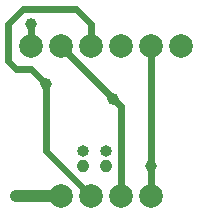
<source format=gbr>
G04 #@! TF.FileFunction,Copper,L2,Bot,Signal*
%FSLAX46Y46*%
G04 Gerber Fmt 4.6, Leading zero omitted, Abs format (unit mm)*
G04 Created by KiCad (PCBNEW 4.0.6) date 11/10/17 16:27:50*
%MOMM*%
%LPD*%
G01*
G04 APERTURE LIST*
%ADD10C,0.100000*%
%ADD11C,2.000000*%
%ADD12O,1.000000X1.100000*%
%ADD13O,1.000000X1.000000*%
%ADD14C,1.000000*%
%ADD15C,0.600000*%
%ADD16C,1.000000*%
G04 APERTURE END LIST*
D10*
D11*
X131350000Y-119460000D03*
X133890000Y-119460000D03*
X136430000Y-119460000D03*
X138970000Y-119460000D03*
X128810000Y-106760000D03*
X131350000Y-106760000D03*
X133890000Y-106760000D03*
X136430000Y-106760000D03*
X138970000Y-106760000D03*
X141510000Y-106760000D03*
D12*
X135160000Y-116920000D03*
D13*
X135160000Y-115650000D03*
D12*
X133255000Y-116920000D03*
D13*
X133255000Y-115650000D03*
D14*
X138970000Y-116920000D03*
X130080000Y-109935000D03*
X135795000Y-111205000D03*
X127540000Y-119460000D03*
X128810000Y-104855000D03*
D15*
X138970000Y-116920000D02*
X138970000Y-119460000D01*
X138970000Y-106760000D02*
X138970000Y-116920000D01*
X130080000Y-109935000D02*
X128810000Y-108665000D01*
X133890000Y-104855000D02*
X133890000Y-106760000D01*
X132620000Y-103585000D02*
X133890000Y-104855000D01*
X128175000Y-103585000D02*
X132620000Y-103585000D01*
X126905000Y-104855000D02*
X128175000Y-103585000D01*
X126905000Y-108030000D02*
X126905000Y-104855000D01*
X127540000Y-108665000D02*
X126905000Y-108030000D01*
X128810000Y-108665000D02*
X127540000Y-108665000D01*
X133890000Y-119460000D02*
X130080000Y-115650000D01*
X130080000Y-115650000D02*
X130080000Y-109935000D01*
X136430000Y-119460000D02*
X136430000Y-111840000D01*
X136430000Y-111840000D02*
X135795000Y-111205000D01*
X135795000Y-111205000D02*
X131350000Y-106760000D01*
D16*
X127540000Y-119460000D02*
X131350000Y-119460000D01*
D15*
X128810000Y-106760000D02*
X128810000Y-104855000D01*
M02*

</source>
